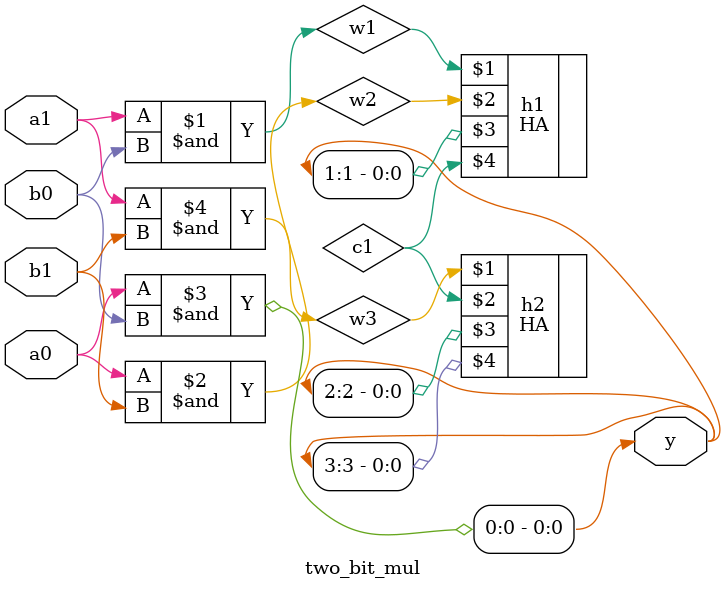
<source format=v>
module two_bit_mul(input a0,a1,b0,b1,output [3:0]y);
wire w1,w2,w3,c1;
and g1(w1,a1,b0);
and g2(w2,a0,b1);
and g3(y[0],a0,b0);
and g4(w3,a1,b1);
HA h1(w1,w2,y[1],c1);
HA h2(w3,c1,y[2],y[3]);
endmodule




</source>
